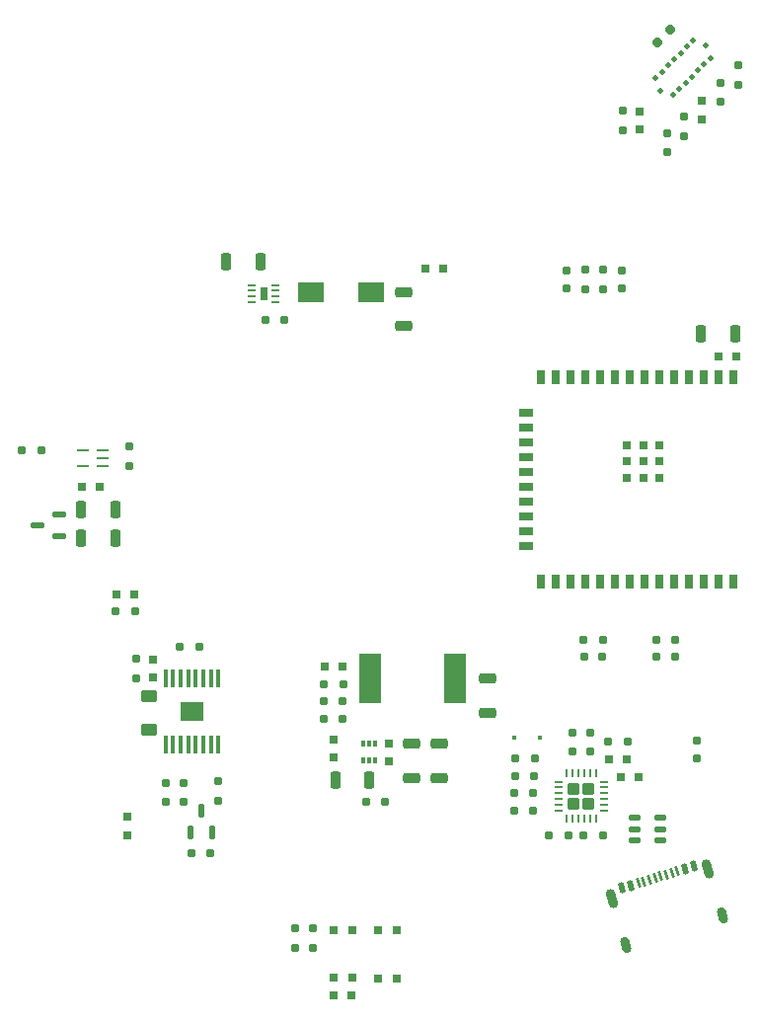
<source format=gtp>
G04 #@! TF.GenerationSoftware,KiCad,Pcbnew,9.0.2*
G04 #@! TF.CreationDate,2025-09-19T19:59:58+02:00*
G04 #@! TF.ProjectId,LumiCtrl,4c756d69-4374-4726-9c2e-6b696361645f,rev?*
G04 #@! TF.SameCoordinates,Original*
G04 #@! TF.FileFunction,Paste,Top*
G04 #@! TF.FilePolarity,Positive*
%FSLAX46Y46*%
G04 Gerber Fmt 4.6, Leading zero omitted, Abs format (unit mm)*
G04 Created by KiCad (PCBNEW 9.0.2) date 2025-09-19 19:59:58*
%MOMM*%
%LPD*%
G01*
G04 APERTURE LIST*
G04 Aperture macros list*
%AMRoundRect*
0 Rectangle with rounded corners*
0 $1 Rounding radius*
0 $2 $3 $4 $5 $6 $7 $8 $9 X,Y pos of 4 corners*
0 Add a 4 corners polygon primitive as box body*
4,1,4,$2,$3,$4,$5,$6,$7,$8,$9,$2,$3,0*
0 Add four circle primitives for the rounded corners*
1,1,$1+$1,$2,$3*
1,1,$1+$1,$4,$5*
1,1,$1+$1,$6,$7*
1,1,$1+$1,$8,$9*
0 Add four rect primitives between the rounded corners*
20,1,$1+$1,$2,$3,$4,$5,0*
20,1,$1+$1,$4,$5,$6,$7,0*
20,1,$1+$1,$6,$7,$8,$9,0*
20,1,$1+$1,$8,$9,$2,$3,0*%
%AMHorizOval*
0 Thick line with rounded ends*
0 $1 width*
0 $2 $3 position (X,Y) of the first rounded end (center of the circle)*
0 $4 $5 position (X,Y) of the second rounded end (center of the circle)*
0 Add line between two ends*
20,1,$1,$2,$3,$4,$5,0*
0 Add two circle primitives to create the rounded ends*
1,1,$1,$2,$3*
1,1,$1,$4,$5*%
%AMRotRect*
0 Rectangle, with rotation*
0 The origin of the aperture is its center*
0 $1 length*
0 $2 width*
0 $3 Rotation angle, in degrees counterclockwise*
0 Add horizontal line*
21,1,$1,$2,0,0,$3*%
G04 Aperture macros list end*
%ADD10C,0.010000*%
%ADD11C,0.000000*%
%ADD12RoundRect,0.028000X-0.268000X-0.084000X0.268000X-0.084000X0.268000X0.084000X-0.268000X0.084000X0*%
%ADD13HorizOval,0.800000X-0.093559X0.306018X0.093559X-0.306018X0*%
%ADD14HorizOval,0.800000X-0.128644X0.420774X0.128644X-0.420774X0*%
%ADD15RoundRect,0.120000X-0.015350X-0.360228X0.214163X-0.290059X0.015350X0.360228X-0.214163X0.290059X0*%
%ADD16RoundRect,0.060000X0.059570X-0.400064X0.174327X-0.364980X-0.059570X0.400064X-0.174327X0.364980X0*%
%ADD17R,0.720000X0.720000*%
%ADD18R,0.720000X1.200000*%
%ADD19R,1.200000X0.720000*%
%ADD20RoundRect,0.050000X0.050000X0.280000X-0.050000X0.280000X-0.050000X-0.280000X0.050000X-0.280000X0*%
%ADD21RoundRect,0.050000X0.280000X0.050000X-0.280000X0.050000X-0.280000X-0.050000X0.280000X-0.050000X0*%
%ADD22RoundRect,0.250000X0.275000X0.275000X-0.275000X0.275000X-0.275000X-0.275000X0.275000X-0.275000X0*%
%ADD23RoundRect,0.160000X0.220000X-0.160000X0.220000X0.160000X-0.220000X0.160000X-0.220000X-0.160000X0*%
%ADD24RoundRect,0.175000X0.175000X0.205000X-0.175000X0.205000X-0.175000X-0.205000X0.175000X-0.205000X0*%
%ADD25RoundRect,0.200000X-0.520000X0.260000X-0.520000X-0.260000X0.520000X-0.260000X0.520000X0.260000X0*%
%ADD26RoundRect,0.175000X-0.175000X-0.205000X0.175000X-0.205000X0.175000X0.205000X-0.175000X0.205000X0*%
%ADD27RoundRect,0.160000X-0.160000X-0.220000X0.160000X-0.220000X0.160000X0.220000X-0.160000X0.220000X0*%
%ADD28R,0.800000X0.720000*%
%ADD29RoundRect,0.180000X-0.180000X-0.200000X0.180000X-0.200000X0.180000X0.200000X-0.180000X0.200000X0*%
%ADD30RoundRect,0.100000X-0.100000X-0.100000X0.100000X-0.100000X0.100000X0.100000X-0.100000X0.100000X0*%
%ADD31R,0.975360X0.243840*%
%ADD32RoundRect,0.180000X-0.200000X0.180000X-0.200000X-0.180000X0.200000X-0.180000X0.200000X0.180000X0*%
%ADD33RoundRect,0.160000X0.160000X0.220000X-0.160000X0.220000X-0.160000X-0.220000X0.160000X-0.220000X0*%
%ADD34RoundRect,0.180000X0.014142X-0.268701X0.268701X-0.014142X-0.014142X0.268701X-0.268701X0.014142X0*%
%ADD35R,0.336612X1.564346*%
%ADD36RoundRect,0.175000X0.205000X-0.175000X0.205000X0.175000X-0.205000X0.175000X-0.205000X-0.175000X0*%
%ADD37RoundRect,0.120000X0.470000X0.120000X-0.470000X0.120000X-0.470000X-0.120000X0.470000X-0.120000X0*%
%ADD38R,1.936000X4.264000*%
%ADD39RoundRect,0.200000X-0.260000X-0.520000X0.260000X-0.520000X0.260000X0.520000X-0.260000X0.520000X0*%
%ADD40RoundRect,0.120000X-0.410000X-0.120000X0.410000X-0.120000X0.410000X0.120000X-0.410000X0.120000X0*%
%ADD41RoundRect,0.160000X-0.220000X0.160000X-0.220000X-0.160000X0.220000X-0.160000X0.220000X0.160000X0*%
%ADD42RoundRect,0.180000X0.180000X0.200000X-0.180000X0.200000X-0.180000X-0.200000X0.180000X-0.200000X0*%
%ADD43RoundRect,0.180000X0.200000X-0.180000X0.200000X0.180000X-0.200000X0.180000X-0.200000X-0.180000X0*%
%ADD44RoundRect,0.120000X0.120000X-0.470000X0.120000X0.470000X-0.120000X0.470000X-0.120000X-0.470000X0*%
%ADD45R,2.160000X1.760000*%
%ADD46RotRect,0.426720X0.426720X135.000000*%
%ADD47RotRect,0.447040X0.426720X45.000000*%
%ADD48RoundRect,0.200000X0.260000X0.520000X-0.260000X0.520000X-0.260000X-0.520000X0.260000X-0.520000X0*%
%ADD49RoundRect,0.070000X-0.070000X0.200000X-0.070000X-0.200000X0.070000X-0.200000X0.070000X0.200000X0*%
%ADD50RoundRect,0.200000X0.500000X-0.300000X0.500000X0.300000X-0.500000X0.300000X-0.500000X-0.300000X0*%
G04 APERTURE END LIST*
D10*
X148780000Y-75060000D02*
X148220000Y-75060000D01*
X148220000Y-74040000D01*
X148780000Y-74040000D01*
X148780000Y-75060000D01*
G36*
X148780000Y-75060000D02*
G01*
X148220000Y-75060000D01*
X148220000Y-74040000D01*
X148780000Y-74040000D01*
X148780000Y-75060000D01*
G37*
D11*
G36*
X143382721Y-111183107D02*
G01*
X141367277Y-111183107D01*
X141367277Y-109567664D01*
X143382721Y-109567664D01*
X143382721Y-111183107D01*
G37*
D12*
X147515000Y-73800000D03*
X147515000Y-74300000D03*
X147515000Y-74800000D03*
X147515000Y-75300000D03*
X149485000Y-75300000D03*
X149485000Y-74800000D03*
X149485000Y-74300000D03*
X149485000Y-73800000D03*
D13*
X187845536Y-127864982D03*
D14*
X186623422Y-123867628D03*
D13*
X179583063Y-130391073D03*
D14*
X178360949Y-126393719D03*
D15*
X179263897Y-125516388D03*
X180028941Y-125282491D03*
D16*
X180650539Y-125092449D03*
X181606845Y-124800077D03*
X183041301Y-124361520D03*
X183997605Y-124069148D03*
D15*
X184619204Y-123879106D03*
X185384247Y-123645209D03*
X185384247Y-123645209D03*
X184619204Y-123879106D03*
D16*
X183519453Y-124215334D03*
X182563148Y-124507706D03*
X182084996Y-124653891D03*
X181128691Y-124946263D03*
D15*
X180028941Y-125282491D03*
X179263897Y-125516388D03*
D17*
X179670000Y-90350000D03*
X181070000Y-90350000D03*
X182470000Y-90350000D03*
X179670000Y-88950000D03*
X181070000Y-88950000D03*
X182470000Y-88950000D03*
X179670000Y-87550000D03*
X181070000Y-87550000D03*
X182470000Y-87550000D03*
D18*
X188790000Y-99200000D03*
X187520000Y-99200000D03*
X186250000Y-99200000D03*
X184980000Y-99200000D03*
X183710000Y-99200000D03*
X182440000Y-99200000D03*
X181170000Y-99200000D03*
X179900000Y-99200000D03*
X178630000Y-99200000D03*
X177360000Y-99200000D03*
X176090000Y-99200000D03*
X174820000Y-99200000D03*
X173550000Y-99200000D03*
X172280000Y-99200000D03*
D19*
X171030000Y-96170000D03*
X171030000Y-94900000D03*
X171030000Y-93630000D03*
X171030000Y-92360000D03*
X171030000Y-91090000D03*
X171030000Y-89820000D03*
X171030000Y-88550000D03*
X171030000Y-87280000D03*
X171030000Y-86010000D03*
X171030000Y-84740000D03*
D18*
X172280000Y-81700000D03*
X173550000Y-81700000D03*
X174820000Y-81700000D03*
X176090000Y-81700000D03*
X177360000Y-81700000D03*
X178630000Y-81700000D03*
X179900000Y-81700000D03*
X181170000Y-81700000D03*
X182440000Y-81700000D03*
X183710000Y-81700000D03*
X184980000Y-81700000D03*
X186250000Y-81700000D03*
X187520000Y-81700000D03*
X188790000Y-81700000D03*
D20*
X177000000Y-119575000D03*
X176500000Y-119575000D03*
X176000000Y-119575000D03*
X175500000Y-119575000D03*
X175000000Y-119575000D03*
X174500000Y-119575000D03*
D21*
X173812500Y-118887500D03*
X173812500Y-118387500D03*
X173812500Y-117887500D03*
X173812500Y-117387500D03*
X173812500Y-116887500D03*
X173812500Y-116387500D03*
D20*
X174500000Y-115700000D03*
X175000000Y-115700000D03*
X175500000Y-115700000D03*
X176000000Y-115700000D03*
X176500000Y-115700000D03*
X177000000Y-115700000D03*
D21*
X177687500Y-116387500D03*
X177687500Y-116887500D03*
X177687500Y-117387500D03*
X177687500Y-117887500D03*
X177687500Y-118387500D03*
X177687500Y-118887500D03*
D22*
X175100000Y-116987500D03*
X175100000Y-118287500D03*
X176400000Y-116987500D03*
X176400000Y-118287500D03*
D23*
X179300000Y-58875000D03*
X179300000Y-60525000D03*
D24*
X171712500Y-115887500D03*
X170137500Y-115887500D03*
D25*
X161221339Y-113127868D03*
X161221339Y-116077868D03*
D26*
X182225000Y-104200000D03*
X183800000Y-104200000D03*
D27*
X175981279Y-120987500D03*
X177631279Y-120987500D03*
D28*
X156100000Y-129100000D03*
X156100000Y-133200000D03*
X154500000Y-129100000D03*
X154500000Y-133200000D03*
D27*
X142324998Y-122500000D03*
X143974998Y-122500000D03*
D29*
X179125000Y-115975000D03*
X180675000Y-115975000D03*
D23*
X137000000Y-89325000D03*
X137000000Y-87675000D03*
D27*
X141350000Y-104800000D03*
X143000000Y-104800000D03*
D30*
X170000000Y-112600000D03*
X172200000Y-112600000D03*
D27*
X170100000Y-114387500D03*
X171750000Y-114387500D03*
D31*
X134675000Y-89300000D03*
X134675000Y-88650001D03*
X134675000Y-88000002D03*
X132973200Y-88000002D03*
X132973200Y-89300000D03*
D23*
X175041501Y-113825000D03*
X175041501Y-112175000D03*
D32*
X159300000Y-113125000D03*
X159300000Y-114675000D03*
D33*
X183837500Y-105712500D03*
X182187500Y-105712500D03*
D29*
X132925000Y-91100000D03*
X134475000Y-91100000D03*
D34*
X182330089Y-53030573D03*
X183426105Y-51934557D03*
D25*
X160500000Y-74400000D03*
X160500000Y-77350000D03*
D35*
X140100000Y-113250768D03*
X140749998Y-113250768D03*
X141400000Y-113250768D03*
X142049998Y-113250768D03*
X142700000Y-113250768D03*
X143349998Y-113250768D03*
X144000000Y-113250768D03*
X144649998Y-113250768D03*
X144649998Y-107500000D03*
X144000000Y-107500000D03*
X143349998Y-107500000D03*
X142700000Y-107500000D03*
X142049998Y-107500000D03*
X141400000Y-107500000D03*
X140749998Y-107500000D03*
X140100000Y-107500000D03*
D36*
X185650000Y-114425000D03*
X185650000Y-112850000D03*
D23*
X177670000Y-74162500D03*
X177670000Y-72512500D03*
X151200000Y-130625000D03*
X151200000Y-128975000D03*
D29*
X178135712Y-114456014D03*
X179685712Y-114456014D03*
D25*
X167684760Y-107533561D03*
X167684760Y-110483561D03*
D37*
X130975000Y-95350000D03*
X130975000Y-93450000D03*
X129100000Y-94400000D03*
D36*
X174470000Y-74125000D03*
X174470000Y-72550000D03*
D38*
X157680000Y-107500000D03*
X164920000Y-107500000D03*
D27*
X178075000Y-112987500D03*
X179725000Y-112987500D03*
D39*
X132875000Y-93100000D03*
X135825000Y-93100000D03*
D32*
X154500000Y-112750000D03*
X154500000Y-114300000D03*
D24*
X171600000Y-117400000D03*
X170025000Y-117400000D03*
D25*
X163566608Y-113129708D03*
X163566608Y-116079708D03*
D32*
X186100000Y-58025000D03*
X186100000Y-59575000D03*
X180800000Y-58925000D03*
X180800000Y-60475000D03*
D23*
X189200000Y-56625000D03*
X189200000Y-54975000D03*
D33*
X150325000Y-76800000D03*
X148675000Y-76800000D03*
D40*
X180300000Y-119500000D03*
X180300000Y-120450000D03*
X180300000Y-121400000D03*
X182575000Y-121400000D03*
X182575000Y-120450000D03*
X182575000Y-119500000D03*
D29*
X154525000Y-134700000D03*
X156075000Y-134700000D03*
D33*
X174650000Y-120987500D03*
X173000000Y-120987500D03*
D39*
X132875000Y-95500000D03*
X135825000Y-95500000D03*
D27*
X135824998Y-101800000D03*
X137474998Y-101800000D03*
D29*
X187525000Y-79900000D03*
X189075000Y-79900000D03*
D23*
X152700000Y-130625000D03*
X152700000Y-128975000D03*
D27*
X153672602Y-109513356D03*
X155322602Y-109513356D03*
D23*
X184600000Y-61025000D03*
X184600000Y-59375000D03*
D41*
X137549998Y-105875000D03*
X137549998Y-107525000D03*
D33*
X155326626Y-108008561D03*
X153676626Y-108008561D03*
D42*
X137424998Y-100300000D03*
X135874998Y-100300000D03*
D36*
X179270000Y-74125000D03*
X179270000Y-72550000D03*
D32*
X136800000Y-119425000D03*
X136800000Y-120975000D03*
D43*
X139049998Y-107475000D03*
X139049998Y-105925000D03*
D23*
X144649998Y-118025000D03*
X144649998Y-116375000D03*
D39*
X185995000Y-77950000D03*
X188945000Y-77950000D03*
D41*
X176500000Y-112175000D03*
X176500000Y-113825000D03*
X140149998Y-116475000D03*
X140149998Y-118125000D03*
D23*
X187700000Y-58125000D03*
X187700000Y-56475000D03*
D33*
X155322859Y-111040924D03*
X153672859Y-111040924D03*
D44*
X142199998Y-120775000D03*
X144099998Y-120775000D03*
X143149998Y-118900000D03*
D23*
X141649998Y-118125000D03*
X141649998Y-116475000D03*
D45*
X152600000Y-74400000D03*
X157700000Y-74400000D03*
D46*
X186838757Y-54356775D03*
X186308426Y-54887106D03*
X185778097Y-55417435D03*
X185247766Y-55947766D03*
X184717435Y-56478097D03*
X184187106Y-57008426D03*
X183656775Y-57538757D03*
D47*
X186421563Y-53278437D03*
X182578437Y-57121563D03*
D46*
X185343225Y-52861243D03*
X184812894Y-53391574D03*
X184282565Y-53921903D03*
X183752234Y-54452234D03*
X183221903Y-54982565D03*
X182691574Y-55512894D03*
X182161243Y-56043225D03*
D48*
X157599715Y-116222661D03*
X154649715Y-116222661D03*
D42*
X155275000Y-106500000D03*
X153725000Y-106500000D03*
D23*
X183100000Y-62425000D03*
X183100000Y-60775000D03*
D27*
X170000000Y-118900000D03*
X171650000Y-118900000D03*
D49*
X158100000Y-113100000D03*
X157600000Y-113100000D03*
X157100000Y-113100000D03*
X157100000Y-114525000D03*
X157600000Y-114525000D03*
X158100000Y-114525000D03*
D41*
X176070000Y-72512500D03*
X176070000Y-74162500D03*
D48*
X148275000Y-71800000D03*
X145325000Y-71800000D03*
D50*
X138649998Y-111900000D03*
X138649998Y-109100000D03*
D29*
X162375000Y-72400000D03*
X163925000Y-72400000D03*
D28*
X158300000Y-133250000D03*
X158300000Y-129150000D03*
X159900000Y-133250000D03*
X159900000Y-129150000D03*
D33*
X177600000Y-104200000D03*
X175950000Y-104200000D03*
X158925000Y-118100000D03*
X157275000Y-118100000D03*
D24*
X177562500Y-105700000D03*
X175987500Y-105700000D03*
D27*
X127775000Y-88000000D03*
X129425000Y-88000000D03*
M02*

</source>
